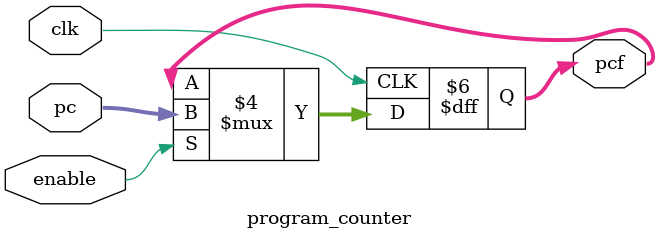
<source format=v>
module program_counter #(parameter width = 32)(input clk,
input [(width-1):0]pc,
input enable,
output reg [(width-1):0]pcf);
initial
begin
pcf= 32'b0;
end

always@(posedge clk)
begin
if (enable==1)
   pcf<= pc;
end	
endmodule
</source>
